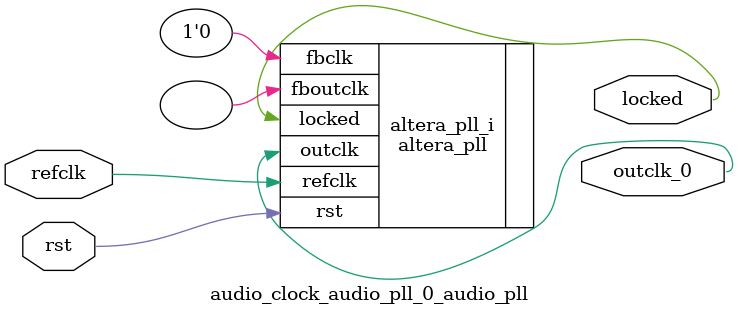
<source format=v>
`timescale 1ns/10ps
module  audio_clock_audio_pll_0_audio_pll(

	// interface 'refclk'
	input wire refclk,

	// interface 'reset'
	input wire rst,

	// interface 'outclk0'
	output wire outclk_0,

	// interface 'locked'
	output wire locked
);

	altera_pll #(
		.fractional_vco_multiplier("false"),
		.reference_clock_frequency("50.0 MHz"),
		.operation_mode("direct"),
		.number_of_clocks(1),
		.output_clock_frequency0("12.288135 MHz"),
		.phase_shift0("0 ps"),
		.duty_cycle0(50),
		.output_clock_frequency1("0 MHz"),
		.phase_shift1("0 ps"),
		.duty_cycle1(50),
		.output_clock_frequency2("0 MHz"),
		.phase_shift2("0 ps"),
		.duty_cycle2(50),
		.output_clock_frequency3("0 MHz"),
		.phase_shift3("0 ps"),
		.duty_cycle3(50),
		.output_clock_frequency4("0 MHz"),
		.phase_shift4("0 ps"),
		.duty_cycle4(50),
		.output_clock_frequency5("0 MHz"),
		.phase_shift5("0 ps"),
		.duty_cycle5(50),
		.output_clock_frequency6("0 MHz"),
		.phase_shift6("0 ps"),
		.duty_cycle6(50),
		.output_clock_frequency7("0 MHz"),
		.phase_shift7("0 ps"),
		.duty_cycle7(50),
		.output_clock_frequency8("0 MHz"),
		.phase_shift8("0 ps"),
		.duty_cycle8(50),
		.output_clock_frequency9("0 MHz"),
		.phase_shift9("0 ps"),
		.duty_cycle9(50),
		.output_clock_frequency10("0 MHz"),
		.phase_shift10("0 ps"),
		.duty_cycle10(50),
		.output_clock_frequency11("0 MHz"),
		.phase_shift11("0 ps"),
		.duty_cycle11(50),
		.output_clock_frequency12("0 MHz"),
		.phase_shift12("0 ps"),
		.duty_cycle12(50),
		.output_clock_frequency13("0 MHz"),
		.phase_shift13("0 ps"),
		.duty_cycle13(50),
		.output_clock_frequency14("0 MHz"),
		.phase_shift14("0 ps"),
		.duty_cycle14(50),
		.output_clock_frequency15("0 MHz"),
		.phase_shift15("0 ps"),
		.duty_cycle15(50),
		.output_clock_frequency16("0 MHz"),
		.phase_shift16("0 ps"),
		.duty_cycle16(50),
		.output_clock_frequency17("0 MHz"),
		.phase_shift17("0 ps"),
		.duty_cycle17(50),
		.pll_type("General"),
		.pll_subtype("General")
	) altera_pll_i (
		.rst	(rst),
		.outclk	({outclk_0}),
		.locked	(locked),
		.fboutclk	( ),
		.fbclk	(1'b0),
		.refclk	(refclk)
	);
endmodule


</source>
